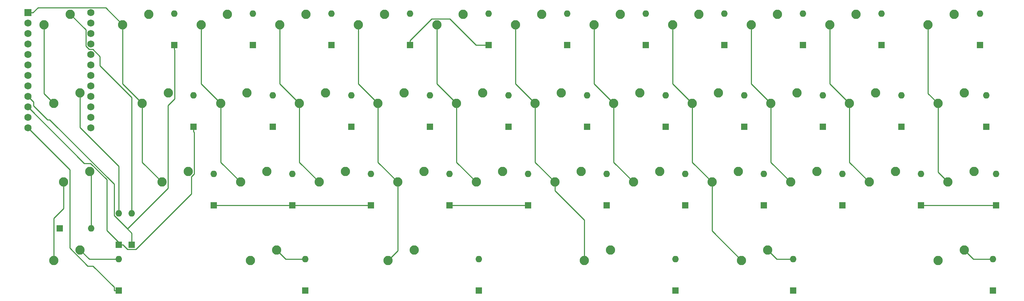
<source format=gbl>
%TF.GenerationSoftware,KiCad,Pcbnew,5.1.9*%
%TF.CreationDate,2021-02-13T13:16:34+02:00*%
%TF.ProjectId,arc40,61726334-302e-46b6-9963-61645f706362,rev?*%
%TF.SameCoordinates,Original*%
%TF.FileFunction,Copper,L2,Bot*%
%TF.FilePolarity,Positive*%
%FSLAX46Y46*%
G04 Gerber Fmt 4.6, Leading zero omitted, Abs format (unit mm)*
G04 Created by KiCad (PCBNEW 5.1.9) date 2021-02-13 13:16:34*
%MOMM*%
%LPD*%
G01*
G04 APERTURE LIST*
%TA.AperFunction,ComponentPad*%
%ADD10C,2.250000*%
%TD*%
%TA.AperFunction,ComponentPad*%
%ADD11C,1.752600*%
%TD*%
%TA.AperFunction,ComponentPad*%
%ADD12R,1.752600X1.752600*%
%TD*%
%TA.AperFunction,ComponentPad*%
%ADD13O,1.600000X1.600000*%
%TD*%
%TA.AperFunction,ComponentPad*%
%ADD14R,1.600000X1.600000*%
%TD*%
%TA.AperFunction,Conductor*%
%ADD15C,0.250000*%
%TD*%
G04 APERTURE END LIST*
D10*
%TO.P,MX39,2*%
%TO.N,Net-(D39-Pad2)*%
X274002000Y-54451200D03*
%TO.P,MX39,1*%
%TO.N,COL11*%
X267652000Y-56991200D03*
%TD*%
D11*
%TO.P,U1,24*%
%TO.N,Net-(U1-Pad24)*%
X64680000Y-54080000D03*
%TO.P,U1,12*%
%TO.N,ROW3*%
X49440000Y-82020000D03*
%TO.P,U1,23*%
%TO.N,Net-(U1-Pad23)*%
X64680000Y-56620000D03*
%TO.P,U1,22*%
%TO.N,Net-(U1-Pad22)*%
X64680000Y-59160000D03*
%TO.P,U1,21*%
%TO.N,Net-(U1-Pad21)*%
X64680000Y-61700000D03*
%TO.P,U1,20*%
%TO.N,COL6*%
X64680000Y-64240000D03*
%TO.P,U1,19*%
%TO.N,COL7*%
X64680000Y-66780000D03*
%TO.P,U1,18*%
%TO.N,COL8*%
X64680000Y-69320000D03*
%TO.P,U1,17*%
%TO.N,COL9*%
X64680000Y-71860000D03*
%TO.P,U1,16*%
%TO.N,COL10*%
X64680000Y-74400000D03*
%TO.P,U1,15*%
%TO.N,Net-(U1-Pad15)*%
X64680000Y-76940000D03*
%TO.P,U1,14*%
%TO.N,Net-(U1-Pad14)*%
X64680000Y-79480000D03*
%TO.P,U1,13*%
%TO.N,COL11*%
X64680000Y-82020000D03*
%TO.P,U1,11*%
%TO.N,ROW2*%
X49440000Y-79480000D03*
%TO.P,U1,10*%
%TO.N,ROW1*%
X49440000Y-76940000D03*
%TO.P,U1,9*%
%TO.N,ROW0*%
X49440000Y-74400000D03*
%TO.P,U1,8*%
%TO.N,COL5*%
X49440000Y-71860000D03*
%TO.P,U1,7*%
%TO.N,COL4*%
X49440000Y-69320000D03*
%TO.P,U1,6*%
%TO.N,COL3*%
X49440000Y-66780000D03*
%TO.P,U1,5*%
%TO.N,COL2*%
X49440000Y-64240000D03*
%TO.P,U1,4*%
%TO.N,Net-(U1-Pad4)*%
X49440000Y-61700000D03*
%TO.P,U1,3*%
%TO.N,Net-(U1-Pad3)*%
X49440000Y-59160000D03*
%TO.P,U1,2*%
%TO.N,COL0*%
X49440000Y-56620000D03*
D12*
%TO.P,U1,1*%
%TO.N,COL1*%
X49440000Y-54080000D03*
%TD*%
D10*
%TO.P,MX42,2*%
%TO.N,Net-(D42-Pad2)*%
X276384000Y-111601000D03*
%TO.P,MX42,1*%
%TO.N,COL11*%
X270034000Y-114141000D03*
%TD*%
%TO.P,MX41,2*%
%TO.N,Net-(D41-Pad2)*%
X278765000Y-92551200D03*
%TO.P,MX41,1*%
%TO.N,COL11*%
X272415000Y-95091200D03*
%TD*%
%TO.P,MX40,2*%
%TO.N,Net-(D40-Pad2)*%
X276384000Y-73501200D03*
%TO.P,MX40,1*%
%TO.N,COL11*%
X270034000Y-76041200D03*
%TD*%
%TO.P,MX38,2*%
%TO.N,Net-(D38-Pad2)*%
X259715000Y-92551200D03*
%TO.P,MX38,1*%
%TO.N,COL10*%
X253365000Y-95091200D03*
%TD*%
%TO.P,MX37,2*%
%TO.N,Net-(D37-Pad2)*%
X254952000Y-73501200D03*
%TO.P,MX37,1*%
%TO.N,COL10*%
X248602000Y-76041200D03*
%TD*%
%TO.P,MX36,2*%
%TO.N,Net-(D36-Pad2)*%
X250190000Y-54451200D03*
%TO.P,MX36,1*%
%TO.N,COL10*%
X243840000Y-56991200D03*
%TD*%
%TO.P,MX35,2*%
%TO.N,Net-(D35-Pad2)*%
X240665000Y-92551200D03*
%TO.P,MX35,1*%
%TO.N,COL9*%
X234315000Y-95091200D03*
%TD*%
%TO.P,MX34,2*%
%TO.N,Net-(D34-Pad2)*%
X235902000Y-73501200D03*
%TO.P,MX34,1*%
%TO.N,COL9*%
X229552000Y-76041200D03*
%TD*%
%TO.P,MX33,2*%
%TO.N,Net-(D33-Pad2)*%
X231140000Y-54451200D03*
%TO.P,MX33,1*%
%TO.N,COL9*%
X224790000Y-56991200D03*
%TD*%
%TO.P,MX32,2*%
%TO.N,Net-(D32-Pad2)*%
X228759000Y-111601000D03*
%TO.P,MX32,1*%
%TO.N,COL8*%
X222409000Y-114141000D03*
%TD*%
%TO.P,MX31,2*%
%TO.N,Net-(D31-Pad2)*%
X221615000Y-92551200D03*
%TO.P,MX31,1*%
%TO.N,COL8*%
X215265000Y-95091200D03*
%TD*%
%TO.P,MX30,2*%
%TO.N,Net-(D30-Pad2)*%
X216852000Y-73501200D03*
%TO.P,MX30,1*%
%TO.N,COL8*%
X210502000Y-76041200D03*
%TD*%
%TO.P,MX29,2*%
%TO.N,Net-(D29-Pad2)*%
X212090000Y-54451200D03*
%TO.P,MX29,1*%
%TO.N,COL8*%
X205740000Y-56991200D03*
%TD*%
%TO.P,MX28,2*%
%TO.N,Net-(D28-Pad2)*%
X202565000Y-92551200D03*
%TO.P,MX28,1*%
%TO.N,COL7*%
X196215000Y-95091200D03*
%TD*%
%TO.P,MX27,2*%
%TO.N,Net-(D27-Pad2)*%
X197802000Y-73501200D03*
%TO.P,MX27,1*%
%TO.N,COL7*%
X191452000Y-76041200D03*
%TD*%
%TO.P,MX26,2*%
%TO.N,Net-(D26-Pad2)*%
X193040000Y-54451200D03*
%TO.P,MX26,1*%
%TO.N,COL7*%
X186690000Y-56991200D03*
%TD*%
%TO.P,MX25,2*%
%TO.N,Net-(D25-Pad2)*%
X190659000Y-111601000D03*
%TO.P,MX25,1*%
%TO.N,COL6*%
X184309000Y-114141000D03*
%TD*%
%TO.P,MX24,2*%
%TO.N,Net-(D24-Pad2)*%
X183515000Y-92551200D03*
%TO.P,MX24,1*%
%TO.N,COL6*%
X177165000Y-95091200D03*
%TD*%
%TO.P,MX23,2*%
%TO.N,Net-(D23-Pad2)*%
X178752000Y-73501200D03*
%TO.P,MX23,1*%
%TO.N,COL6*%
X172402000Y-76041200D03*
%TD*%
%TO.P,MX22,2*%
%TO.N,Net-(D22-Pad2)*%
X173990000Y-54451200D03*
%TO.P,MX22,1*%
%TO.N,COL6*%
X167640000Y-56991200D03*
%TD*%
%TO.P,MX21,2*%
%TO.N,Net-(D21-Pad2)*%
X164465000Y-92551200D03*
%TO.P,MX21,1*%
%TO.N,COL5*%
X158115000Y-95091200D03*
%TD*%
%TO.P,MX20,2*%
%TO.N,Net-(D20-Pad2)*%
X159702000Y-73501200D03*
%TO.P,MX20,1*%
%TO.N,COL5*%
X153352000Y-76041200D03*
%TD*%
%TO.P,MX19,2*%
%TO.N,Net-(D19-Pad2)*%
X154940000Y-54451200D03*
%TO.P,MX19,1*%
%TO.N,COL5*%
X148590000Y-56991200D03*
%TD*%
%TO.P,MX18,2*%
%TO.N,Net-(D18-Pad2)*%
X143034000Y-111601000D03*
%TO.P,MX18,1*%
%TO.N,COL4*%
X136684000Y-114141000D03*
%TD*%
%TO.P,MX17,2*%
%TO.N,Net-(D17-Pad2)*%
X145415000Y-92551200D03*
%TO.P,MX17,1*%
%TO.N,COL4*%
X139065000Y-95091200D03*
%TD*%
%TO.P,MX16,2*%
%TO.N,Net-(D16-Pad2)*%
X140652000Y-73501200D03*
%TO.P,MX16,1*%
%TO.N,COL4*%
X134302000Y-76041200D03*
%TD*%
%TO.P,MX15,2*%
%TO.N,Net-(D15-Pad2)*%
X135890000Y-54451200D03*
%TO.P,MX15,1*%
%TO.N,COL4*%
X129540000Y-56991200D03*
%TD*%
%TO.P,MX14,2*%
%TO.N,Net-(D14-Pad2)*%
X126365000Y-92551200D03*
%TO.P,MX14,1*%
%TO.N,COL3*%
X120015000Y-95091200D03*
%TD*%
%TO.P,MX13,2*%
%TO.N,Net-(D13-Pad2)*%
X121602000Y-73501200D03*
%TO.P,MX13,1*%
%TO.N,COL3*%
X115252000Y-76041200D03*
%TD*%
%TO.P,MX12,2*%
%TO.N,Net-(D12-Pad2)*%
X116840000Y-54451200D03*
%TO.P,MX12,1*%
%TO.N,COL3*%
X110490000Y-56991200D03*
%TD*%
%TO.P,MX11,2*%
%TO.N,Net-(D11-Pad2)*%
X109696000Y-111601000D03*
%TO.P,MX11,1*%
%TO.N,COL2*%
X103346000Y-114141000D03*
%TD*%
%TO.P,MX10,2*%
%TO.N,Net-(D10-Pad2)*%
X107315000Y-92551200D03*
%TO.P,MX10,1*%
%TO.N,COL2*%
X100965000Y-95091200D03*
%TD*%
%TO.P,MX9,2*%
%TO.N,Net-(D9-Pad2)*%
X102552000Y-73501200D03*
%TO.P,MX9,1*%
%TO.N,COL2*%
X96202000Y-76041200D03*
%TD*%
%TO.P,MX8,2*%
%TO.N,Net-(D8-Pad2)*%
X97790000Y-54451200D03*
%TO.P,MX8,1*%
%TO.N,COL2*%
X91440000Y-56991200D03*
%TD*%
%TO.P,MX7,2*%
%TO.N,Net-(D7-Pad2)*%
X88265000Y-92551200D03*
%TO.P,MX7,1*%
%TO.N,COL1*%
X81915000Y-95091200D03*
%TD*%
%TO.P,MX6,2*%
%TO.N,Net-(D6-Pad2)*%
X83502500Y-73501200D03*
%TO.P,MX6,1*%
%TO.N,COL1*%
X77152500Y-76041200D03*
%TD*%
%TO.P,MX5,2*%
%TO.N,Net-(D5-Pad2)*%
X78740000Y-54451200D03*
%TO.P,MX5,1*%
%TO.N,COL1*%
X72390000Y-56991200D03*
%TD*%
%TO.P,MX4,2*%
%TO.N,Net-(D4-Pad2)*%
X62071200Y-111601000D03*
%TO.P,MX4,1*%
%TO.N,COL0*%
X55721200Y-114141000D03*
%TD*%
%TO.P,MX3,2*%
%TO.N,Net-(D3-Pad2)*%
X64452500Y-92551200D03*
%TO.P,MX3,1*%
%TO.N,COL0*%
X58102500Y-95091200D03*
%TD*%
%TO.P,MX2,2*%
%TO.N,Net-(D2-Pad2)*%
X62071200Y-73501200D03*
%TO.P,MX2,1*%
%TO.N,COL0*%
X55721200Y-76041200D03*
%TD*%
%TO.P,MX1,2*%
%TO.N,Net-(D1-Pad2)*%
X59690000Y-54451200D03*
%TO.P,MX1,1*%
%TO.N,COL0*%
X53340000Y-56991200D03*
%TD*%
D13*
%TO.P,D42,2*%
%TO.N,Net-(D42-Pad2)*%
X283369000Y-113824000D03*
D14*
%TO.P,D42,1*%
%TO.N,ROW3*%
X283369000Y-121444000D03*
%TD*%
D13*
%TO.P,D41,2*%
%TO.N,Net-(D41-Pad2)*%
X284162000Y-93186000D03*
D14*
%TO.P,D41,1*%
%TO.N,ROW2*%
X284162000Y-100806000D03*
%TD*%
D13*
%TO.P,D40,2*%
%TO.N,Net-(D40-Pad2)*%
X281781000Y-74136200D03*
D14*
%TO.P,D40,1*%
%TO.N,ROW1*%
X281781000Y-81756200D03*
%TD*%
D13*
%TO.P,D39,2*%
%TO.N,Net-(D39-Pad2)*%
X280194000Y-54292500D03*
D14*
%TO.P,D39,1*%
%TO.N,ROW0*%
X280194000Y-61912500D03*
%TD*%
D13*
%TO.P,D38,2*%
%TO.N,Net-(D38-Pad2)*%
X265906000Y-93186000D03*
D14*
%TO.P,D38,1*%
%TO.N,ROW2*%
X265906000Y-100806000D03*
%TD*%
D13*
%TO.P,D37,2*%
%TO.N,Net-(D37-Pad2)*%
X261144000Y-74136200D03*
D14*
%TO.P,D37,1*%
%TO.N,ROW1*%
X261144000Y-81756200D03*
%TD*%
D13*
%TO.P,D36,2*%
%TO.N,Net-(D36-Pad2)*%
X256381000Y-54292500D03*
D14*
%TO.P,D36,1*%
%TO.N,ROW0*%
X256381000Y-61912500D03*
%TD*%
D13*
%TO.P,D35,2*%
%TO.N,Net-(D35-Pad2)*%
X246856000Y-93186000D03*
D14*
%TO.P,D35,1*%
%TO.N,ROW2*%
X246856000Y-100806000D03*
%TD*%
D13*
%TO.P,D34,2*%
%TO.N,Net-(D34-Pad2)*%
X242094000Y-74136200D03*
D14*
%TO.P,D34,1*%
%TO.N,ROW1*%
X242094000Y-81756200D03*
%TD*%
D13*
%TO.P,D33,2*%
%TO.N,Net-(D33-Pad2)*%
X237331000Y-54292500D03*
D14*
%TO.P,D33,1*%
%TO.N,ROW0*%
X237331000Y-61912500D03*
%TD*%
D13*
%TO.P,D32,2*%
%TO.N,Net-(D32-Pad2)*%
X234950000Y-113824000D03*
D14*
%TO.P,D32,1*%
%TO.N,ROW3*%
X234950000Y-121444000D03*
%TD*%
D13*
%TO.P,D31,2*%
%TO.N,Net-(D31-Pad2)*%
X227806000Y-93186000D03*
D14*
%TO.P,D31,1*%
%TO.N,ROW2*%
X227806000Y-100806000D03*
%TD*%
D13*
%TO.P,D30,2*%
%TO.N,Net-(D30-Pad2)*%
X223044000Y-74136200D03*
D14*
%TO.P,D30,1*%
%TO.N,ROW1*%
X223044000Y-81756200D03*
%TD*%
D13*
%TO.P,D29,2*%
%TO.N,Net-(D29-Pad2)*%
X218281000Y-54292500D03*
D14*
%TO.P,D29,1*%
%TO.N,ROW0*%
X218281000Y-61912500D03*
%TD*%
D13*
%TO.P,D28,2*%
%TO.N,Net-(D28-Pad2)*%
X208756000Y-93186000D03*
D14*
%TO.P,D28,1*%
%TO.N,ROW2*%
X208756000Y-100806000D03*
%TD*%
D13*
%TO.P,D27,2*%
%TO.N,Net-(D27-Pad2)*%
X203994000Y-74136200D03*
D14*
%TO.P,D27,1*%
%TO.N,ROW1*%
X203994000Y-81756200D03*
%TD*%
D13*
%TO.P,D26,2*%
%TO.N,Net-(D26-Pad2)*%
X199231000Y-54292500D03*
D14*
%TO.P,D26,1*%
%TO.N,ROW0*%
X199231000Y-61912500D03*
%TD*%
D13*
%TO.P,D25,2*%
%TO.N,Net-(D25-Pad2)*%
X206375000Y-113824000D03*
D14*
%TO.P,D25,1*%
%TO.N,ROW3*%
X206375000Y-121444000D03*
%TD*%
D13*
%TO.P,D24,2*%
%TO.N,Net-(D24-Pad2)*%
X189706000Y-93186000D03*
D14*
%TO.P,D24,1*%
%TO.N,ROW2*%
X189706000Y-100806000D03*
%TD*%
D13*
%TO.P,D23,2*%
%TO.N,Net-(D23-Pad2)*%
X184944000Y-74136200D03*
D14*
%TO.P,D23,1*%
%TO.N,ROW1*%
X184944000Y-81756200D03*
%TD*%
D13*
%TO.P,D22,2*%
%TO.N,Net-(D22-Pad2)*%
X180181000Y-54292500D03*
D14*
%TO.P,D22,1*%
%TO.N,ROW0*%
X180181000Y-61912500D03*
%TD*%
D13*
%TO.P,D21,2*%
%TO.N,Net-(D21-Pad2)*%
X170656000Y-93186000D03*
D14*
%TO.P,D21,1*%
%TO.N,ROW2*%
X170656000Y-100806000D03*
%TD*%
D13*
%TO.P,D20,2*%
%TO.N,Net-(D20-Pad2)*%
X165894000Y-74136200D03*
D14*
%TO.P,D20,1*%
%TO.N,ROW1*%
X165894000Y-81756200D03*
%TD*%
D13*
%TO.P,D19,2*%
%TO.N,Net-(D19-Pad2)*%
X161131000Y-54292500D03*
D14*
%TO.P,D19,1*%
%TO.N,ROW0*%
X161131000Y-61912500D03*
%TD*%
D13*
%TO.P,D18,2*%
%TO.N,Net-(D18-Pad2)*%
X158750000Y-113824000D03*
D14*
%TO.P,D18,1*%
%TO.N,ROW3*%
X158750000Y-121444000D03*
%TD*%
D13*
%TO.P,D17,2*%
%TO.N,Net-(D17-Pad2)*%
X151606000Y-93186000D03*
D14*
%TO.P,D17,1*%
%TO.N,ROW2*%
X151606000Y-100806000D03*
%TD*%
D13*
%TO.P,D16,2*%
%TO.N,Net-(D16-Pad2)*%
X146844000Y-74136200D03*
D14*
%TO.P,D16,1*%
%TO.N,ROW1*%
X146844000Y-81756200D03*
%TD*%
D13*
%TO.P,D15,2*%
%TO.N,Net-(D15-Pad2)*%
X142081000Y-54292500D03*
D14*
%TO.P,D15,1*%
%TO.N,ROW0*%
X142081000Y-61912500D03*
%TD*%
D13*
%TO.P,D14,2*%
%TO.N,Net-(D14-Pad2)*%
X132556000Y-93186000D03*
D14*
%TO.P,D14,1*%
%TO.N,ROW2*%
X132556000Y-100806000D03*
%TD*%
D13*
%TO.P,D13,2*%
%TO.N,Net-(D13-Pad2)*%
X127794000Y-74136200D03*
D14*
%TO.P,D13,1*%
%TO.N,ROW1*%
X127794000Y-81756200D03*
%TD*%
D13*
%TO.P,D12,2*%
%TO.N,Net-(D12-Pad2)*%
X123031000Y-54292500D03*
D14*
%TO.P,D12,1*%
%TO.N,ROW0*%
X123031000Y-61912500D03*
%TD*%
D13*
%TO.P,D11,2*%
%TO.N,Net-(D11-Pad2)*%
X116681000Y-113824000D03*
D14*
%TO.P,D11,1*%
%TO.N,ROW3*%
X116681000Y-121444000D03*
%TD*%
D13*
%TO.P,D10,2*%
%TO.N,Net-(D10-Pad2)*%
X113506000Y-93186000D03*
D14*
%TO.P,D10,1*%
%TO.N,ROW2*%
X113506000Y-100806000D03*
%TD*%
D13*
%TO.P,D9,2*%
%TO.N,Net-(D9-Pad2)*%
X108744000Y-74136200D03*
D14*
%TO.P,D9,1*%
%TO.N,ROW1*%
X108744000Y-81756200D03*
%TD*%
D13*
%TO.P,D8,2*%
%TO.N,Net-(D8-Pad2)*%
X103981000Y-54292500D03*
D14*
%TO.P,D8,1*%
%TO.N,ROW0*%
X103981000Y-61912500D03*
%TD*%
D13*
%TO.P,D7,2*%
%TO.N,Net-(D7-Pad2)*%
X94456200Y-93186000D03*
D14*
%TO.P,D7,1*%
%TO.N,ROW2*%
X94456200Y-100806000D03*
%TD*%
D13*
%TO.P,D6,2*%
%TO.N,Net-(D6-Pad2)*%
X89550000Y-74136200D03*
D14*
%TO.P,D6,1*%
%TO.N,ROW1*%
X89550000Y-81756200D03*
%TD*%
D13*
%TO.P,D5,2*%
%TO.N,Net-(D5-Pad2)*%
X84931200Y-54292500D03*
D14*
%TO.P,D5,1*%
%TO.N,ROW0*%
X84931200Y-61912500D03*
%TD*%
D13*
%TO.P,D4,2*%
%TO.N,Net-(D4-Pad2)*%
X71437500Y-113824000D03*
D14*
%TO.P,D4,1*%
%TO.N,ROW3*%
X71437500Y-121444000D03*
%TD*%
D13*
%TO.P,D3,2*%
%TO.N,Net-(D3-Pad2)*%
X64770000Y-106362000D03*
D14*
%TO.P,D3,1*%
%TO.N,ROW2*%
X57150000Y-106362000D03*
%TD*%
D13*
%TO.P,D2,2*%
%TO.N,Net-(D2-Pad2)*%
X71437500Y-102711000D03*
D14*
%TO.P,D2,1*%
%TO.N,ROW1*%
X71437500Y-110331000D03*
%TD*%
D13*
%TO.P,D1,2*%
%TO.N,Net-(D1-Pad2)*%
X74612500Y-102711000D03*
D14*
%TO.P,D1,1*%
%TO.N,ROW0*%
X74612500Y-110331000D03*
%TD*%
D15*
%TO.N,Net-(D1-Pad2)*%
X74612500Y-102711000D02*
X74612500Y-74628500D01*
X74612500Y-74628500D02*
X66899000Y-66915000D01*
X66899000Y-66915000D02*
X66899000Y-64723000D01*
X66899000Y-64723000D02*
X65146000Y-62970000D01*
X65146000Y-62970000D02*
X64250600Y-62970000D01*
X64250600Y-62970000D02*
X63454400Y-62173800D01*
X63454400Y-62173800D02*
X63454400Y-58215600D01*
X63454400Y-58215600D02*
X59690000Y-54451200D01*
%TO.N,ROW0*%
X73525100Y-106459000D02*
X70312100Y-103246000D01*
X70312100Y-103246000D02*
X70312100Y-95660900D01*
X70312100Y-95660900D02*
X54668300Y-80017100D01*
X54668300Y-80017100D02*
X54136800Y-80017100D01*
X54136800Y-80017100D02*
X50778300Y-76658600D01*
X50778300Y-76658600D02*
X50778300Y-75738300D01*
X50778300Y-75738300D02*
X49440000Y-74400000D01*
X74612500Y-110049600D02*
X74612500Y-107546400D01*
X74612500Y-107546400D02*
X73525100Y-106459000D01*
X73525100Y-106459000D02*
X83365300Y-96618800D01*
X83365300Y-96618800D02*
X83365300Y-76597800D01*
X83365300Y-76597800D02*
X84994400Y-74968700D01*
X84994400Y-74968700D02*
X84994400Y-63101000D01*
X84994400Y-63101000D02*
X84931200Y-63037800D01*
X74612500Y-110331000D02*
X74612500Y-110049600D01*
X142081000Y-61912500D02*
X142081000Y-60787200D01*
X142081000Y-60787200D02*
X147332000Y-55536200D01*
X147332000Y-55536200D02*
X151685200Y-55536200D01*
X151685200Y-55536200D02*
X158061500Y-61912500D01*
X158061500Y-61912500D02*
X161131000Y-61912500D01*
X84931200Y-61912500D02*
X84931200Y-63037800D01*
%TO.N,Net-(D2-Pad2)*%
X71437500Y-102711000D02*
X71437500Y-91303600D01*
X71437500Y-91303600D02*
X62071200Y-81937300D01*
X62071200Y-81937300D02*
X62071200Y-73501200D01*
%TO.N,ROW1*%
X49440000Y-76940000D02*
X63083100Y-90583100D01*
X63083100Y-90583100D02*
X64592000Y-90583100D01*
X64592000Y-90583100D02*
X68526900Y-94518000D01*
X68526900Y-94518000D02*
X68526900Y-106857800D01*
X68526900Y-106857800D02*
X68527000Y-106857800D01*
X68527000Y-106857800D02*
X72000200Y-110331000D01*
X72000200Y-110331000D02*
X72562800Y-110331000D01*
X71437500Y-110331000D02*
X72000200Y-110331000D01*
X89550000Y-81756200D02*
X89550000Y-82881500D01*
X72562800Y-110331000D02*
X72562800Y-110471700D01*
X72562800Y-110471700D02*
X73547500Y-111456400D01*
X73547500Y-111456400D02*
X75549100Y-111456400D01*
X75549100Y-111456400D02*
X89056300Y-97949200D01*
X89056300Y-97949200D02*
X89056300Y-93831200D01*
X89056300Y-93831200D02*
X89759800Y-93127700D01*
X89759800Y-93127700D02*
X89759800Y-83091300D01*
X89759800Y-83091300D02*
X89550000Y-82881500D01*
%TO.N,Net-(D3-Pad2)*%
X64770000Y-106362000D02*
X64770000Y-92868700D01*
X64770000Y-92868700D02*
X64452500Y-92551200D01*
%TO.N,ROW2*%
X94456200Y-100806000D02*
X113506000Y-100806000D01*
X265906000Y-100806000D02*
X284162000Y-100806000D01*
X151606000Y-100806000D02*
X170656000Y-100806000D01*
X113506000Y-100806000D02*
X132556000Y-100806000D01*
%TO.N,Net-(D4-Pad2)*%
X71437500Y-113824000D02*
X64294200Y-113824000D01*
X64294200Y-113824000D02*
X62071200Y-111601000D01*
%TO.N,ROW3*%
X71437500Y-121444000D02*
X70312200Y-121444000D01*
X70312200Y-121444000D02*
X70312200Y-120600000D01*
X70312200Y-120600000D02*
X65192800Y-115480600D01*
X65192800Y-115480600D02*
X63889300Y-115480600D01*
X63889300Y-115480600D02*
X59553000Y-111144300D01*
X59553000Y-111144300D02*
X59553000Y-92133000D01*
X59553000Y-92133000D02*
X49440000Y-82020000D01*
%TO.N,Net-(D11-Pad2)*%
X116681000Y-113824000D02*
X111919000Y-113824000D01*
X111919000Y-113824000D02*
X109696000Y-111601000D01*
%TO.N,Net-(D32-Pad2)*%
X234950000Y-113824000D02*
X230982000Y-113824000D01*
X230982000Y-113824000D02*
X228759000Y-111601000D01*
%TO.N,Net-(D42-Pad2)*%
X283369000Y-113824000D02*
X278607000Y-113824000D01*
X278607000Y-113824000D02*
X276384000Y-111601000D01*
%TO.N,COL0*%
X58102500Y-95091200D02*
X58102500Y-101512800D01*
X58102500Y-101512800D02*
X55721200Y-103894100D01*
X55721200Y-103894100D02*
X55721200Y-114141000D01*
X53340000Y-56991200D02*
X53340000Y-73660000D01*
X53340000Y-73660000D02*
X55721200Y-76041200D01*
%TO.N,COL1*%
X77152500Y-76041200D02*
X72390000Y-71278700D01*
X72390000Y-71278700D02*
X72390000Y-56991200D01*
X81915000Y-95091200D02*
X77152500Y-90328700D01*
X77152500Y-90328700D02*
X77152500Y-76041200D01*
X72390000Y-56991200D02*
X68277200Y-52878400D01*
X68277200Y-52878400D02*
X51843200Y-52878400D01*
X51843200Y-52878400D02*
X50641600Y-54080000D01*
X49440000Y-54080000D02*
X50641600Y-54080000D01*
%TO.N,COL2*%
X100965000Y-95091200D02*
X96202000Y-90328200D01*
X96202000Y-90328200D02*
X96202000Y-76041200D01*
X91440000Y-56991200D02*
X91440000Y-71279200D01*
X91440000Y-71279200D02*
X96202000Y-76041200D01*
%TO.N,COL3*%
X110490000Y-56991200D02*
X110490000Y-71279200D01*
X110490000Y-71279200D02*
X115252000Y-76041200D01*
X120015000Y-95091200D02*
X115252000Y-90328200D01*
X115252000Y-90328200D02*
X115252000Y-76041200D01*
%TO.N,COL4*%
X129540000Y-56991200D02*
X129540000Y-71279200D01*
X129540000Y-71279200D02*
X134302000Y-76041200D01*
X139065000Y-95091200D02*
X134302000Y-90328200D01*
X134302000Y-90328200D02*
X134302000Y-76041200D01*
X136684000Y-114141000D02*
X139065000Y-111760000D01*
X139065000Y-111760000D02*
X139065000Y-95091200D01*
%TO.N,COL5*%
X158115000Y-95091200D02*
X153352000Y-90328200D01*
X153352000Y-90328200D02*
X153352000Y-76041200D01*
X148590000Y-56991200D02*
X148590000Y-71279200D01*
X148590000Y-71279200D02*
X153352000Y-76041200D01*
%TO.N,COL6*%
X177165000Y-95091200D02*
X172402000Y-90328200D01*
X172402000Y-90328200D02*
X172402000Y-76041200D01*
X184309000Y-114141000D02*
X184309000Y-104347500D01*
X184309000Y-104347500D02*
X177165000Y-97203500D01*
X177165000Y-97203500D02*
X177165000Y-95091200D01*
X167640000Y-56991200D02*
X167640000Y-71279200D01*
X167640000Y-71279200D02*
X172402000Y-76041200D01*
%TO.N,COL7*%
X196215000Y-95091200D02*
X191452000Y-90328200D01*
X191452000Y-90328200D02*
X191452000Y-76041200D01*
X186690000Y-56991200D02*
X186690000Y-71279200D01*
X186690000Y-71279200D02*
X191452000Y-76041200D01*
%TO.N,COL8*%
X222409000Y-114141000D02*
X215265000Y-106997000D01*
X215265000Y-106997000D02*
X215265000Y-95091200D01*
X215265000Y-95091200D02*
X210502000Y-90328200D01*
X210502000Y-90328200D02*
X210502000Y-76041200D01*
X205740000Y-56991200D02*
X205740000Y-71279200D01*
X205740000Y-71279200D02*
X210502000Y-76041200D01*
%TO.N,COL9*%
X224790000Y-56991200D02*
X224790000Y-71279200D01*
X224790000Y-71279200D02*
X229552000Y-76041200D01*
X234315000Y-95091200D02*
X229552000Y-90328200D01*
X229552000Y-90328200D02*
X229552000Y-76041200D01*
%TO.N,COL10*%
X253365000Y-95091200D02*
X248602000Y-90328200D01*
X248602000Y-90328200D02*
X248602000Y-76041200D01*
X243840000Y-56991200D02*
X243840000Y-71279200D01*
X243840000Y-71279200D02*
X248602000Y-76041200D01*
%TO.N,COL11*%
X272415000Y-95091200D02*
X270034000Y-92710200D01*
X270034000Y-92710200D02*
X270034000Y-76041200D01*
X267652000Y-56991200D02*
X267652000Y-73659200D01*
X267652000Y-73659200D02*
X270034000Y-76041200D01*
%TD*%
M02*

</source>
